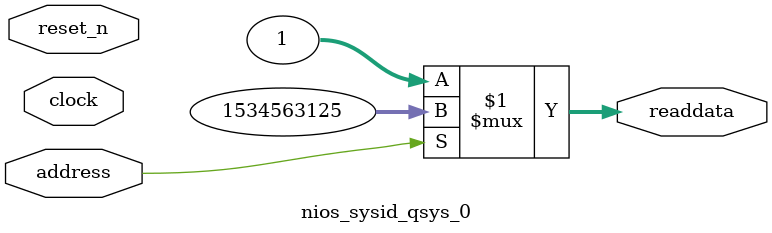
<source format=v>



// synthesis translate_off
`timescale 1ns / 1ps
// synthesis translate_on

// turn off superfluous verilog processor warnings 
// altera message_level Level1 
// altera message_off 10034 10035 10036 10037 10230 10240 10030 

module nios_sysid_qsys_0 (
               // inputs:
                address,
                clock,
                reset_n,

               // outputs:
                readdata
             )
;

  output  [ 31: 0] readdata;
  input            address;
  input            clock;
  input            reset_n;

  wire    [ 31: 0] readdata;
  //control_slave, which is an e_avalon_slave
  assign readdata = address ? 1534563125 : 1;

endmodule



</source>
